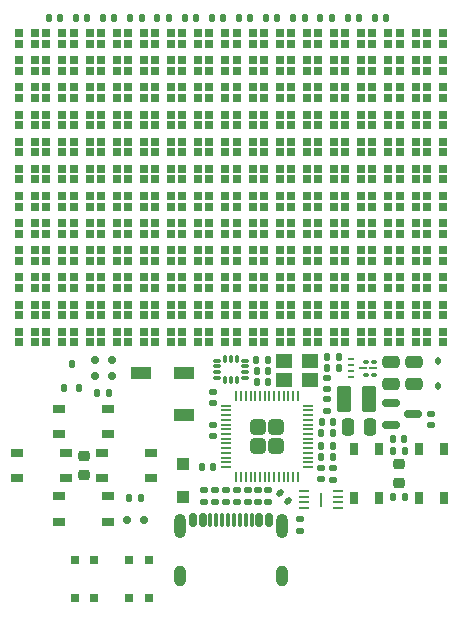
<source format=gbr>
%TF.GenerationSoftware,KiCad,Pcbnew,8.0.4*%
%TF.CreationDate,2024-09-02T23:34:24-07:00*%
%TF.ProjectId,badgesao,62616467-6573-4616-9f2e-6b696361645f,rev?*%
%TF.SameCoordinates,Original*%
%TF.FileFunction,Paste,Top*%
%TF.FilePolarity,Positive*%
%FSLAX46Y46*%
G04 Gerber Fmt 4.6, Leading zero omitted, Abs format (unit mm)*
G04 Created by KiCad (PCBNEW 8.0.4) date 2024-09-02 23:34:24*
%MOMM*%
%LPD*%
G01*
G04 APERTURE LIST*
G04 Aperture macros list*
%AMRoundRect*
0 Rectangle with rounded corners*
0 $1 Rounding radius*
0 $2 $3 $4 $5 $6 $7 $8 $9 X,Y pos of 4 corners*
0 Add a 4 corners polygon primitive as box body*
4,1,4,$2,$3,$4,$5,$6,$7,$8,$9,$2,$3,0*
0 Add four circle primitives for the rounded corners*
1,1,$1+$1,$2,$3*
1,1,$1+$1,$4,$5*
1,1,$1+$1,$6,$7*
1,1,$1+$1,$8,$9*
0 Add four rect primitives between the rounded corners*
20,1,$1+$1,$2,$3,$4,$5,0*
20,1,$1+$1,$4,$5,$6,$7,0*
20,1,$1+$1,$6,$7,$8,$9,0*
20,1,$1+$1,$8,$9,$2,$3,0*%
G04 Aperture macros list end*
%ADD10RoundRect,0.065000X0.260000X0.285000X-0.260000X0.285000X-0.260000X-0.285000X0.260000X-0.285000X0*%
%ADD11R,0.750000X0.700000*%
%ADD12RoundRect,0.140000X-0.140000X-0.170000X0.140000X-0.170000X0.140000X0.170000X-0.140000X0.170000X0*%
%ADD13RoundRect,0.150000X0.150000X0.200000X-0.150000X0.200000X-0.150000X-0.200000X0.150000X-0.200000X0*%
%ADD14RoundRect,0.135000X-0.135000X-0.185000X0.135000X-0.185000X0.135000X0.185000X-0.135000X0.185000X0*%
%ADD15RoundRect,0.112500X-0.112500X-0.237500X0.112500X-0.237500X0.112500X0.237500X-0.112500X0.237500X0*%
%ADD16RoundRect,0.150000X-0.150000X-0.200000X0.150000X-0.200000X0.150000X0.200000X-0.150000X0.200000X0*%
%ADD17RoundRect,0.135000X-0.185000X0.135000X-0.185000X-0.135000X0.185000X-0.135000X0.185000X0.135000X0*%
%ADD18RoundRect,0.250000X-0.300000X0.300000X-0.300000X-0.300000X0.300000X-0.300000X0.300000X0.300000X0*%
%ADD19R,1.700000X1.000000*%
%ADD20RoundRect,0.062500X0.162500X0.062500X-0.162500X0.062500X-0.162500X-0.062500X0.162500X-0.062500X0*%
%ADD21RoundRect,0.050000X0.262500X0.050000X-0.262500X0.050000X-0.262500X-0.050000X0.262500X-0.050000X0*%
%ADD22RoundRect,0.087500X0.150000X0.087500X-0.150000X0.087500X-0.150000X-0.087500X0.150000X-0.087500X0*%
%ADD23RoundRect,0.062500X0.387500X0.062500X-0.387500X0.062500X-0.387500X-0.062500X0.387500X-0.062500X0*%
%ADD24RoundRect,0.040000X0.040000X0.605000X-0.040000X0.605000X-0.040000X-0.605000X0.040000X-0.605000X0*%
%ADD25O,1.000000X1.800000*%
%ADD26O,1.000000X2.100000*%
%ADD27RoundRect,0.150000X-0.150000X-0.425000X0.150000X-0.425000X0.150000X0.425000X-0.150000X0.425000X0*%
%ADD28RoundRect,0.075000X-0.075000X-0.500000X0.075000X-0.500000X0.075000X0.500000X-0.075000X0.500000X0*%
%ADD29RoundRect,0.135000X0.185000X-0.135000X0.185000X0.135000X-0.185000X0.135000X-0.185000X-0.135000X0*%
%ADD30RoundRect,0.218750X-0.256250X0.218750X-0.256250X-0.218750X0.256250X-0.218750X0.256250X0.218750X0*%
%ADD31RoundRect,0.112500X0.112500X-0.187500X0.112500X0.187500X-0.112500X0.187500X-0.112500X-0.187500X0*%
%ADD32RoundRect,0.135000X0.135000X0.185000X-0.135000X0.185000X-0.135000X-0.185000X0.135000X-0.185000X0*%
%ADD33RoundRect,0.250000X-0.475000X0.250000X-0.475000X-0.250000X0.475000X-0.250000X0.475000X0.250000X0*%
%ADD34RoundRect,0.250000X-0.250000X-0.475000X0.250000X-0.475000X0.250000X0.475000X-0.250000X0.475000X0*%
%ADD35RoundRect,0.250000X-0.375000X-0.850000X0.375000X-0.850000X0.375000X0.850000X-0.375000X0.850000X0*%
%ADD36R,1.400000X1.200000*%
%ADD37RoundRect,0.249999X0.395001X0.395001X-0.395001X0.395001X-0.395001X-0.395001X0.395001X-0.395001X0*%
%ADD38RoundRect,0.050000X0.387500X0.050000X-0.387500X0.050000X-0.387500X-0.050000X0.387500X-0.050000X0*%
%ADD39RoundRect,0.050000X0.050000X0.387500X-0.050000X0.387500X-0.050000X-0.387500X0.050000X-0.387500X0*%
%ADD40RoundRect,0.087500X-0.225000X-0.087500X0.225000X-0.087500X0.225000X0.087500X-0.225000X0.087500X0*%
%ADD41RoundRect,0.087500X-0.087500X-0.225000X0.087500X-0.225000X0.087500X0.225000X-0.087500X0.225000X0*%
%ADD42RoundRect,0.150000X-0.587500X-0.150000X0.587500X-0.150000X0.587500X0.150000X-0.587500X0.150000X0*%
%ADD43R,0.650000X1.050000*%
%ADD44R,1.050000X0.650000*%
%ADD45RoundRect,0.140000X0.170000X-0.140000X0.170000X0.140000X-0.170000X0.140000X-0.170000X-0.140000X0*%
%ADD46RoundRect,0.140000X0.140000X0.170000X-0.140000X0.170000X-0.140000X-0.170000X0.140000X-0.170000X0*%
%ADD47RoundRect,0.140000X-0.170000X0.140000X-0.170000X-0.140000X0.170000X-0.140000X0.170000X0.140000X0*%
%ADD48RoundRect,0.140000X-0.219203X-0.021213X-0.021213X-0.219203X0.219203X0.021213X0.021213X0.219203X0*%
G04 APERTURE END LIST*
D10*
%TO.C,D192*%
X143575000Y-78350000D03*
X144925000Y-79250000D03*
X143575000Y-79250000D03*
X144925000Y-78350000D03*
%TD*%
%TO.C,D191*%
X141275000Y-78350000D03*
X142625000Y-79250000D03*
X141275000Y-79250000D03*
X142625000Y-78350000D03*
%TD*%
%TO.C,D190*%
X138975000Y-78350000D03*
X140325000Y-79250000D03*
X138975000Y-79250000D03*
X140325000Y-78350000D03*
%TD*%
%TO.C,D189*%
X136675000Y-78350000D03*
X138025000Y-79250000D03*
X136675000Y-79250000D03*
X138025000Y-78350000D03*
%TD*%
%TO.C,D188*%
X134375000Y-78350000D03*
X135725000Y-79250000D03*
X134375000Y-79250000D03*
X135725000Y-78350000D03*
%TD*%
%TO.C,D187*%
X132075000Y-78350000D03*
X133425000Y-79250000D03*
X132075000Y-79250000D03*
X133425000Y-78350000D03*
%TD*%
%TO.C,D186*%
X129775000Y-78350000D03*
X131125000Y-79250000D03*
X129775000Y-79250000D03*
X131125000Y-78350000D03*
%TD*%
%TO.C,D185*%
X127475000Y-78350000D03*
X128825000Y-79250000D03*
X127475000Y-79250000D03*
X128825000Y-78350000D03*
%TD*%
%TO.C,D184*%
X125175000Y-78350000D03*
X126525000Y-79250000D03*
X125175000Y-79250000D03*
X126525000Y-78350000D03*
%TD*%
%TO.C,D183*%
X122875000Y-78350000D03*
X124225000Y-79250000D03*
X122875000Y-79250000D03*
X124225000Y-78350000D03*
%TD*%
%TO.C,D182*%
X120575000Y-78350000D03*
X121925000Y-79250000D03*
X120575000Y-79250000D03*
X121925000Y-78350000D03*
%TD*%
%TO.C,D181*%
X118275000Y-78350000D03*
X119625000Y-79250000D03*
X118275000Y-79250000D03*
X119625000Y-78350000D03*
%TD*%
%TO.C,D180*%
X115975000Y-78350000D03*
X117325000Y-79250000D03*
X115975000Y-79250000D03*
X117325000Y-78350000D03*
%TD*%
%TO.C,D179*%
X113675000Y-78350000D03*
X115025000Y-79250000D03*
X113675000Y-79250000D03*
X115025000Y-78350000D03*
%TD*%
%TO.C,D178*%
X111375000Y-78350000D03*
X112725000Y-79250000D03*
X111375000Y-79250000D03*
X112725000Y-78350000D03*
%TD*%
%TO.C,D177*%
X109075000Y-78350000D03*
X110425000Y-79250000D03*
X109075000Y-79250000D03*
X110425000Y-78350000D03*
%TD*%
%TO.C,D176*%
X143575000Y-76050000D03*
X144925000Y-76950000D03*
X143575000Y-76950000D03*
X144925000Y-76050000D03*
%TD*%
%TO.C,D175*%
X141275000Y-76050000D03*
X142625000Y-76950000D03*
X141275000Y-76950000D03*
X142625000Y-76050000D03*
%TD*%
%TO.C,D174*%
X138975000Y-76050000D03*
X140325000Y-76950000D03*
X138975000Y-76950000D03*
X140325000Y-76050000D03*
%TD*%
%TO.C,D173*%
X136675000Y-76050000D03*
X138025000Y-76950000D03*
X136675000Y-76950000D03*
X138025000Y-76050000D03*
%TD*%
%TO.C,D172*%
X134375000Y-76050000D03*
X135725000Y-76950000D03*
X134375000Y-76950000D03*
X135725000Y-76050000D03*
%TD*%
%TO.C,D171*%
X132075000Y-76050000D03*
X133425000Y-76950000D03*
X132075000Y-76950000D03*
X133425000Y-76050000D03*
%TD*%
%TO.C,D169*%
X127475000Y-76050000D03*
X128825000Y-76950000D03*
X127475000Y-76950000D03*
X128825000Y-76050000D03*
%TD*%
%TO.C,D168*%
X125175000Y-76050000D03*
X126525000Y-76950000D03*
X125175000Y-76950000D03*
X126525000Y-76050000D03*
%TD*%
%TO.C,D167*%
X122875000Y-76050000D03*
X124225000Y-76950000D03*
X122875000Y-76950000D03*
X124225000Y-76050000D03*
%TD*%
%TO.C,D165*%
X118275000Y-76050000D03*
X119625000Y-76950000D03*
X118275000Y-76950000D03*
X119625000Y-76050000D03*
%TD*%
%TO.C,D164*%
X115975000Y-76050000D03*
X117325000Y-76950000D03*
X115975000Y-76950000D03*
X117325000Y-76050000D03*
%TD*%
%TO.C,D163*%
X113675000Y-76050000D03*
X115025000Y-76950000D03*
X113675000Y-76950000D03*
X115025000Y-76050000D03*
%TD*%
%TO.C,D162*%
X111375000Y-76050000D03*
X112725000Y-76950000D03*
X111375000Y-76950000D03*
X112725000Y-76050000D03*
%TD*%
%TO.C,D161*%
X109075000Y-76050000D03*
X110425000Y-76950000D03*
X109075000Y-76950000D03*
X110425000Y-76050000D03*
%TD*%
%TO.C,D160*%
X143575000Y-73750000D03*
X144925000Y-74650000D03*
X143575000Y-74650000D03*
X144925000Y-73750000D03*
%TD*%
%TO.C,D159*%
X141275000Y-73750000D03*
X142625000Y-74650000D03*
X141275000Y-74650000D03*
X142625000Y-73750000D03*
%TD*%
%TO.C,D158*%
X138975000Y-73750000D03*
X140325000Y-74650000D03*
X138975000Y-74650000D03*
X140325000Y-73750000D03*
%TD*%
%TO.C,D157*%
X136675000Y-73750000D03*
X138025000Y-74650000D03*
X136675000Y-74650000D03*
X138025000Y-73750000D03*
%TD*%
%TO.C,D156*%
X134375000Y-73750000D03*
X135725000Y-74650000D03*
X134375000Y-74650000D03*
X135725000Y-73750000D03*
%TD*%
%TO.C,D155*%
X132075000Y-73750000D03*
X133425000Y-74650000D03*
X132075000Y-74650000D03*
X133425000Y-73750000D03*
%TD*%
%TO.C,D154*%
X129775000Y-73750000D03*
X131125000Y-74650000D03*
X129775000Y-74650000D03*
X131125000Y-73750000D03*
%TD*%
%TO.C,D153*%
X127475000Y-73750000D03*
X128825000Y-74650000D03*
X127475000Y-74650000D03*
X128825000Y-73750000D03*
%TD*%
%TO.C,D152*%
X125175000Y-73750000D03*
X126525000Y-74650000D03*
X125175000Y-74650000D03*
X126525000Y-73750000D03*
%TD*%
%TO.C,D151*%
X122875000Y-73750000D03*
X124225000Y-74650000D03*
X122875000Y-74650000D03*
X124225000Y-73750000D03*
%TD*%
%TO.C,D150*%
X120575000Y-73750000D03*
X121925000Y-74650000D03*
X120575000Y-74650000D03*
X121925000Y-73750000D03*
%TD*%
%TO.C,D149*%
X118275000Y-73750000D03*
X119625000Y-74650000D03*
X118275000Y-74650000D03*
X119625000Y-73750000D03*
%TD*%
%TO.C,D148*%
X115975000Y-73750000D03*
X117325000Y-74650000D03*
X115975000Y-74650000D03*
X117325000Y-73750000D03*
%TD*%
%TO.C,D147*%
X113675000Y-73750000D03*
X115025000Y-74650000D03*
X113675000Y-74650000D03*
X115025000Y-73750000D03*
%TD*%
%TO.C,D146*%
X111375000Y-73750000D03*
X112725000Y-74650000D03*
X111375000Y-74650000D03*
X112725000Y-73750000D03*
%TD*%
%TO.C,D145*%
X109075000Y-73750000D03*
X110425000Y-74650000D03*
X109075000Y-74650000D03*
X110425000Y-73750000D03*
%TD*%
%TO.C,D144*%
X143575000Y-71450000D03*
X144925000Y-72350000D03*
X143575000Y-72350000D03*
X144925000Y-71450000D03*
%TD*%
%TO.C,D143*%
X141275000Y-71450000D03*
X142625000Y-72350000D03*
X141275000Y-72350000D03*
X142625000Y-71450000D03*
%TD*%
%TO.C,D142*%
X138975000Y-71450000D03*
X140325000Y-72350000D03*
X138975000Y-72350000D03*
X140325000Y-71450000D03*
%TD*%
%TO.C,D141*%
X136675000Y-71450000D03*
X138025000Y-72350000D03*
X136675000Y-72350000D03*
X138025000Y-71450000D03*
%TD*%
%TO.C,D139*%
X132075000Y-71450000D03*
X133425000Y-72350000D03*
X132075000Y-72350000D03*
X133425000Y-71450000D03*
%TD*%
%TO.C,D138*%
X129775000Y-71450000D03*
X131125000Y-72350000D03*
X129775000Y-72350000D03*
X131125000Y-71450000D03*
%TD*%
%TO.C,D137*%
X127475000Y-71450000D03*
X128825000Y-72350000D03*
X127475000Y-72350000D03*
X128825000Y-71450000D03*
%TD*%
%TO.C,D136*%
X125175000Y-71450000D03*
X126525000Y-72350000D03*
X125175000Y-72350000D03*
X126525000Y-71450000D03*
%TD*%
%TO.C,D135*%
X122875000Y-71450000D03*
X124225000Y-72350000D03*
X122875000Y-72350000D03*
X124225000Y-71450000D03*
%TD*%
%TO.C,D134*%
X120575000Y-71450000D03*
X121925000Y-72350000D03*
X120575000Y-72350000D03*
X121925000Y-71450000D03*
%TD*%
%TO.C,D132*%
X115975000Y-71450000D03*
X117325000Y-72350000D03*
X115975000Y-72350000D03*
X117325000Y-71450000D03*
%TD*%
%TO.C,D131*%
X113675000Y-71450000D03*
X115025000Y-72350000D03*
X113675000Y-72350000D03*
X115025000Y-71450000D03*
%TD*%
%TO.C,D130*%
X111375000Y-71450000D03*
X112725000Y-72350000D03*
X111375000Y-72350000D03*
X112725000Y-71450000D03*
%TD*%
%TO.C,D129*%
X109075000Y-71450000D03*
X110425000Y-72350000D03*
X109075000Y-72350000D03*
X110425000Y-71450000D03*
%TD*%
%TO.C,D128*%
X143575000Y-69150000D03*
X144925000Y-70050000D03*
X143575000Y-70050000D03*
X144925000Y-69150000D03*
%TD*%
%TO.C,D127*%
X141275000Y-69150000D03*
X142625000Y-70050000D03*
X141275000Y-70050000D03*
X142625000Y-69150000D03*
%TD*%
%TO.C,D126*%
X138975000Y-69150000D03*
X140325000Y-70050000D03*
X138975000Y-70050000D03*
X140325000Y-69150000D03*
%TD*%
%TO.C,D125*%
X136675000Y-69150000D03*
X138025000Y-70050000D03*
X136675000Y-70050000D03*
X138025000Y-69150000D03*
%TD*%
%TO.C,D124*%
X134375000Y-69150000D03*
X135725000Y-70050000D03*
X134375000Y-70050000D03*
X135725000Y-69150000D03*
%TD*%
%TO.C,D123*%
X132075000Y-69150000D03*
X133425000Y-70050000D03*
X132075000Y-70050000D03*
X133425000Y-69150000D03*
%TD*%
%TO.C,D122*%
X129775000Y-69150000D03*
X131125000Y-70050000D03*
X129775000Y-70050000D03*
X131125000Y-69150000D03*
%TD*%
%TO.C,D121*%
X127475000Y-69150000D03*
X128825000Y-70050000D03*
X127475000Y-70050000D03*
X128825000Y-69150000D03*
%TD*%
%TO.C,D120*%
X125175000Y-69150000D03*
X126525000Y-70050000D03*
X125175000Y-70050000D03*
X126525000Y-69150000D03*
%TD*%
%TO.C,D119*%
X122875000Y-69150000D03*
X124225000Y-70050000D03*
X122875000Y-70050000D03*
X124225000Y-69150000D03*
%TD*%
%TO.C,D118*%
X120575000Y-69150000D03*
X121925000Y-70050000D03*
X120575000Y-70050000D03*
X121925000Y-69150000D03*
%TD*%
%TO.C,D117*%
X118275000Y-69150000D03*
X119625000Y-70050000D03*
X118275000Y-70050000D03*
X119625000Y-69150000D03*
%TD*%
%TO.C,D116*%
X115975000Y-69150000D03*
X117325000Y-70050000D03*
X115975000Y-70050000D03*
X117325000Y-69150000D03*
%TD*%
%TO.C,D115*%
X113675000Y-69150000D03*
X115025000Y-70050000D03*
X113675000Y-70050000D03*
X115025000Y-69150000D03*
%TD*%
%TO.C,D114*%
X111375000Y-69150000D03*
X112725000Y-70050000D03*
X111375000Y-70050000D03*
X112725000Y-69150000D03*
%TD*%
%TO.C,D113*%
X109075000Y-69150000D03*
X110425000Y-70050000D03*
X109075000Y-70050000D03*
X110425000Y-69150000D03*
%TD*%
%TO.C,D112*%
X143575000Y-66850000D03*
X144925000Y-67750000D03*
X143575000Y-67750000D03*
X144925000Y-66850000D03*
%TD*%
%TO.C,D111*%
X141275000Y-66850000D03*
X142625000Y-67750000D03*
X141275000Y-67750000D03*
X142625000Y-66850000D03*
%TD*%
%TO.C,D110*%
X138975000Y-66850000D03*
X140325000Y-67750000D03*
X138975000Y-67750000D03*
X140325000Y-66850000D03*
%TD*%
%TO.C,D109*%
X136675000Y-66850000D03*
X138025000Y-67750000D03*
X136675000Y-67750000D03*
X138025000Y-66850000D03*
%TD*%
%TO.C,D108*%
X134375000Y-66850000D03*
X135725000Y-67750000D03*
X134375000Y-67750000D03*
X135725000Y-66850000D03*
%TD*%
%TO.C,D107*%
X132075000Y-66850000D03*
X133425000Y-67750000D03*
X132075000Y-67750000D03*
X133425000Y-66850000D03*
%TD*%
%TO.C,D106*%
X129775000Y-66850000D03*
X131125000Y-67750000D03*
X129775000Y-67750000D03*
X131125000Y-66850000D03*
%TD*%
%TO.C,D105*%
X127475000Y-66850000D03*
X128825000Y-67750000D03*
X127475000Y-67750000D03*
X128825000Y-66850000D03*
%TD*%
%TO.C,D104*%
X125175000Y-66850000D03*
X126525000Y-67750000D03*
X125175000Y-67750000D03*
X126525000Y-66850000D03*
%TD*%
%TO.C,D103*%
X122875000Y-66850000D03*
X124225000Y-67750000D03*
X122875000Y-67750000D03*
X124225000Y-66850000D03*
%TD*%
%TO.C,D102*%
X120575000Y-66850000D03*
X121925000Y-67750000D03*
X120575000Y-67750000D03*
X121925000Y-66850000D03*
%TD*%
%TO.C,D101*%
X118275000Y-66850000D03*
X119625000Y-67750000D03*
X118275000Y-67750000D03*
X119625000Y-66850000D03*
%TD*%
%TO.C,D100*%
X115975000Y-66850000D03*
X117325000Y-67750000D03*
X115975000Y-67750000D03*
X117325000Y-66850000D03*
%TD*%
%TO.C,D99*%
X113675000Y-66850000D03*
X115025000Y-67750000D03*
X113675000Y-67750000D03*
X115025000Y-66850000D03*
%TD*%
%TO.C,D98*%
X111375000Y-66850000D03*
X112725000Y-67750000D03*
X111375000Y-67750000D03*
X112725000Y-66850000D03*
%TD*%
%TO.C,D97*%
X109075000Y-66850000D03*
X110425000Y-67750000D03*
X109075000Y-67750000D03*
X110425000Y-66850000D03*
%TD*%
%TO.C,D96*%
X143575000Y-64550000D03*
X144925000Y-65450000D03*
X143575000Y-65450000D03*
X144925000Y-64550000D03*
%TD*%
%TO.C,D95*%
X141275000Y-64550000D03*
X142625000Y-65450000D03*
X141275000Y-65450000D03*
X142625000Y-64550000D03*
%TD*%
%TO.C,D94*%
X138975000Y-64550000D03*
X140325000Y-65450000D03*
X138975000Y-65450000D03*
X140325000Y-64550000D03*
%TD*%
%TO.C,D93*%
X136675000Y-64550000D03*
X138025000Y-65450000D03*
X136675000Y-65450000D03*
X138025000Y-64550000D03*
%TD*%
%TO.C,D92*%
X134375000Y-64550000D03*
X135725000Y-65450000D03*
X134375000Y-65450000D03*
X135725000Y-64550000D03*
%TD*%
%TO.C,D91*%
X132075000Y-64550000D03*
X133425000Y-65450000D03*
X132075000Y-65450000D03*
X133425000Y-64550000D03*
%TD*%
%TO.C,D90*%
X129775000Y-64550000D03*
X131125000Y-65450000D03*
X129775000Y-65450000D03*
X131125000Y-64550000D03*
%TD*%
%TO.C,D89*%
X127475000Y-64550000D03*
X128825000Y-65450000D03*
X127475000Y-65450000D03*
X128825000Y-64550000D03*
%TD*%
%TO.C,D88*%
X125175000Y-64550000D03*
X126525000Y-65450000D03*
X125175000Y-65450000D03*
X126525000Y-64550000D03*
%TD*%
%TO.C,D87*%
X122875000Y-64550000D03*
X124225000Y-65450000D03*
X122875000Y-65450000D03*
X124225000Y-64550000D03*
%TD*%
%TO.C,D86*%
X120575000Y-64550000D03*
X121925000Y-65450000D03*
X120575000Y-65450000D03*
X121925000Y-64550000D03*
%TD*%
%TO.C,D85*%
X118275000Y-64550000D03*
X119625000Y-65450000D03*
X118275000Y-65450000D03*
X119625000Y-64550000D03*
%TD*%
%TO.C,D84*%
X115975000Y-64550000D03*
X117325000Y-65450000D03*
X115975000Y-65450000D03*
X117325000Y-64550000D03*
%TD*%
%TO.C,D83*%
X113675000Y-64550000D03*
X115025000Y-65450000D03*
X113675000Y-65450000D03*
X115025000Y-64550000D03*
%TD*%
%TO.C,D82*%
X111375000Y-64550000D03*
X112725000Y-65450000D03*
X111375000Y-65450000D03*
X112725000Y-64550000D03*
%TD*%
%TO.C,D81*%
X109075000Y-64550000D03*
X110425000Y-65450000D03*
X109075000Y-65450000D03*
X110425000Y-64550000D03*
%TD*%
%TO.C,D80*%
X143575000Y-62250000D03*
X144925000Y-63150000D03*
X143575000Y-63150000D03*
X144925000Y-62250000D03*
%TD*%
%TO.C,D79*%
X141275000Y-62250000D03*
X142625000Y-63150000D03*
X141275000Y-63150000D03*
X142625000Y-62250000D03*
%TD*%
%TO.C,D78*%
X138975000Y-62250000D03*
X140325000Y-63150000D03*
X138975000Y-63150000D03*
X140325000Y-62250000D03*
%TD*%
%TO.C,D77*%
X136675000Y-62250000D03*
X138025000Y-63150000D03*
X136675000Y-63150000D03*
X138025000Y-62250000D03*
%TD*%
%TO.C,D76*%
X134375000Y-62250000D03*
X135725000Y-63150000D03*
X134375000Y-63150000D03*
X135725000Y-62250000D03*
%TD*%
%TO.C,D75*%
X132075000Y-62250000D03*
X133425000Y-63150000D03*
X132075000Y-63150000D03*
X133425000Y-62250000D03*
%TD*%
%TO.C,D74*%
X129775000Y-62250000D03*
X131125000Y-63150000D03*
X129775000Y-63150000D03*
X131125000Y-62250000D03*
%TD*%
%TO.C,D73*%
X127475000Y-62250000D03*
X128825000Y-63150000D03*
X127475000Y-63150000D03*
X128825000Y-62250000D03*
%TD*%
%TO.C,D72*%
X125175000Y-62250000D03*
X126525000Y-63150000D03*
X125175000Y-63150000D03*
X126525000Y-62250000D03*
%TD*%
%TO.C,D71*%
X122875000Y-62250000D03*
X124225000Y-63150000D03*
X122875000Y-63150000D03*
X124225000Y-62250000D03*
%TD*%
%TO.C,D70*%
X120575000Y-62250000D03*
X121925000Y-63150000D03*
X120575000Y-63150000D03*
X121925000Y-62250000D03*
%TD*%
%TO.C,D69*%
X118275000Y-62250000D03*
X119625000Y-63150000D03*
X118275000Y-63150000D03*
X119625000Y-62250000D03*
%TD*%
%TO.C,D68*%
X115975000Y-62250000D03*
X117325000Y-63150000D03*
X115975000Y-63150000D03*
X117325000Y-62250000D03*
%TD*%
%TO.C,D67*%
X113675000Y-62250000D03*
X115025000Y-63150000D03*
X113675000Y-63150000D03*
X115025000Y-62250000D03*
%TD*%
%TO.C,D66*%
X111375000Y-62250000D03*
X112725000Y-63150000D03*
X111375000Y-63150000D03*
X112725000Y-62250000D03*
%TD*%
%TO.C,D65*%
X109075000Y-62250000D03*
X110425000Y-63150000D03*
X109075000Y-63150000D03*
X110425000Y-62250000D03*
%TD*%
%TO.C,D64*%
X143575000Y-59950000D03*
X144925000Y-60850000D03*
X143575000Y-60850000D03*
X144925000Y-59950000D03*
%TD*%
%TO.C,D63*%
X141275000Y-59950000D03*
X142625000Y-60850000D03*
X141275000Y-60850000D03*
X142625000Y-59950000D03*
%TD*%
%TO.C,D62*%
X138975000Y-59950000D03*
X140325000Y-60850000D03*
X138975000Y-60850000D03*
X140325000Y-59950000D03*
%TD*%
%TO.C,D61*%
X136675000Y-59950000D03*
X138025000Y-60850000D03*
X136675000Y-60850000D03*
X138025000Y-59950000D03*
%TD*%
%TO.C,D60*%
X134375000Y-59950000D03*
X135725000Y-60850000D03*
X134375000Y-60850000D03*
X135725000Y-59950000D03*
%TD*%
%TO.C,D59*%
X132075000Y-59950000D03*
X133425000Y-60850000D03*
X132075000Y-60850000D03*
X133425000Y-59950000D03*
%TD*%
%TO.C,D58*%
X129775000Y-59950000D03*
X131125000Y-60850000D03*
X129775000Y-60850000D03*
X131125000Y-59950000D03*
%TD*%
%TO.C,D57*%
X127475000Y-59950000D03*
X128825000Y-60850000D03*
X127475000Y-60850000D03*
X128825000Y-59950000D03*
%TD*%
%TO.C,D56*%
X125175000Y-59950000D03*
X126525000Y-60850000D03*
X125175000Y-60850000D03*
X126525000Y-59950000D03*
%TD*%
%TO.C,D55*%
X122875000Y-59950000D03*
X124225000Y-60850000D03*
X122875000Y-60850000D03*
X124225000Y-59950000D03*
%TD*%
%TO.C,D54*%
X120575000Y-59950000D03*
X121925000Y-60850000D03*
X120575000Y-60850000D03*
X121925000Y-59950000D03*
%TD*%
%TO.C,D53*%
X118275000Y-59950000D03*
X119625000Y-60850000D03*
X118275000Y-60850000D03*
X119625000Y-59950000D03*
%TD*%
%TO.C,D52*%
X115975000Y-59950000D03*
X117325000Y-60850000D03*
X115975000Y-60850000D03*
X117325000Y-59950000D03*
%TD*%
%TO.C,D51*%
X113675000Y-59950000D03*
X115025000Y-60850000D03*
X113675000Y-60850000D03*
X115025000Y-59950000D03*
%TD*%
%TO.C,D50*%
X111375000Y-59950000D03*
X112725000Y-60850000D03*
X111375000Y-60850000D03*
X112725000Y-59950000D03*
%TD*%
%TO.C,D49*%
X109075000Y-59950000D03*
X110425000Y-60850000D03*
X109075000Y-60850000D03*
X110425000Y-59950000D03*
%TD*%
%TO.C,D48*%
X143575000Y-57650000D03*
X144925000Y-58550000D03*
X143575000Y-58550000D03*
X144925000Y-57650000D03*
%TD*%
%TO.C,D47*%
X141275000Y-57650000D03*
X142625000Y-58550000D03*
X141275000Y-58550000D03*
X142625000Y-57650000D03*
%TD*%
%TO.C,D46*%
X138975000Y-57650000D03*
X140325000Y-58550000D03*
X138975000Y-58550000D03*
X140325000Y-57650000D03*
%TD*%
%TO.C,D45*%
X136675000Y-57650000D03*
X138025000Y-58550000D03*
X136675000Y-58550000D03*
X138025000Y-57650000D03*
%TD*%
%TO.C,D44*%
X134375000Y-57650000D03*
X135725000Y-58550000D03*
X134375000Y-58550000D03*
X135725000Y-57650000D03*
%TD*%
%TO.C,D43*%
X132075000Y-57650000D03*
X133425000Y-58550000D03*
X132075000Y-58550000D03*
X133425000Y-57650000D03*
%TD*%
%TO.C,D42*%
X129775000Y-57650000D03*
X131125000Y-58550000D03*
X129775000Y-58550000D03*
X131125000Y-57650000D03*
%TD*%
%TO.C,D41*%
X127475000Y-57650000D03*
X128825000Y-58550000D03*
X127475000Y-58550000D03*
X128825000Y-57650000D03*
%TD*%
%TO.C,D40*%
X125175000Y-57650000D03*
X126525000Y-58550000D03*
X125175000Y-58550000D03*
X126525000Y-57650000D03*
%TD*%
%TO.C,D39*%
X122875000Y-57650000D03*
X124225000Y-58550000D03*
X122875000Y-58550000D03*
X124225000Y-57650000D03*
%TD*%
%TO.C,D38*%
X120575000Y-57650000D03*
X121925000Y-58550000D03*
X120575000Y-58550000D03*
X121925000Y-57650000D03*
%TD*%
%TO.C,D37*%
X118275000Y-57650000D03*
X119625000Y-58550000D03*
X118275000Y-58550000D03*
X119625000Y-57650000D03*
%TD*%
%TO.C,D36*%
X115975000Y-57650000D03*
X117325000Y-58550000D03*
X115975000Y-58550000D03*
X117325000Y-57650000D03*
%TD*%
%TO.C,D35*%
X113675000Y-57650000D03*
X115025000Y-58550000D03*
X113675000Y-58550000D03*
X115025000Y-57650000D03*
%TD*%
%TO.C,D34*%
X111375000Y-57650000D03*
X112725000Y-58550000D03*
X111375000Y-58550000D03*
X112725000Y-57650000D03*
%TD*%
%TO.C,D33*%
X109075000Y-57650000D03*
X110425000Y-58550000D03*
X109075000Y-58550000D03*
X110425000Y-57650000D03*
%TD*%
%TO.C,D32*%
X143575000Y-55350000D03*
X144925000Y-56250000D03*
X143575000Y-56250000D03*
X144925000Y-55350000D03*
%TD*%
%TO.C,D31*%
X141275000Y-55350000D03*
X142625000Y-56250000D03*
X141275000Y-56250000D03*
X142625000Y-55350000D03*
%TD*%
%TO.C,D30*%
X138975000Y-55350000D03*
X140325000Y-56250000D03*
X138975000Y-56250000D03*
X140325000Y-55350000D03*
%TD*%
%TO.C,D29*%
X136675000Y-55350000D03*
X138025000Y-56250000D03*
X136675000Y-56250000D03*
X138025000Y-55350000D03*
%TD*%
%TO.C,D28*%
X134375000Y-55350000D03*
X135725000Y-56250000D03*
X134375000Y-56250000D03*
X135725000Y-55350000D03*
%TD*%
%TO.C,D27*%
X132075000Y-55350000D03*
X133425000Y-56250000D03*
X132075000Y-56250000D03*
X133425000Y-55350000D03*
%TD*%
%TO.C,D26*%
X129775000Y-55350000D03*
X131125000Y-56250000D03*
X129775000Y-56250000D03*
X131125000Y-55350000D03*
%TD*%
%TO.C,D25*%
X127475000Y-55350000D03*
X128825000Y-56250000D03*
X127475000Y-56250000D03*
X128825000Y-55350000D03*
%TD*%
%TO.C,D24*%
X125175000Y-55350000D03*
X126525000Y-56250000D03*
X125175000Y-56250000D03*
X126525000Y-55350000D03*
%TD*%
%TO.C,D23*%
X122875000Y-55350000D03*
X124225000Y-56250000D03*
X122875000Y-56250000D03*
X124225000Y-55350000D03*
%TD*%
%TO.C,D22*%
X120575000Y-55350000D03*
X121925000Y-56250000D03*
X120575000Y-56250000D03*
X121925000Y-55350000D03*
%TD*%
%TO.C,D21*%
X118275000Y-55350000D03*
X119625000Y-56250000D03*
X118275000Y-56250000D03*
X119625000Y-55350000D03*
%TD*%
%TO.C,D20*%
X115975000Y-55350000D03*
X117325000Y-56250000D03*
X115975000Y-56250000D03*
X117325000Y-55350000D03*
%TD*%
%TO.C,D19*%
X113675000Y-55350000D03*
X115025000Y-56250000D03*
X113675000Y-56250000D03*
X115025000Y-55350000D03*
%TD*%
%TO.C,D18*%
X111375000Y-55350000D03*
X112725000Y-56250000D03*
X111375000Y-56250000D03*
X112725000Y-55350000D03*
%TD*%
%TO.C,D17*%
X109075000Y-55350000D03*
X110425000Y-56250000D03*
X109075000Y-56250000D03*
X110425000Y-55350000D03*
%TD*%
%TO.C,D16*%
X143575000Y-53050000D03*
X144925000Y-53950000D03*
X143575000Y-53950000D03*
X144925000Y-53050000D03*
%TD*%
%TO.C,D15*%
X141275000Y-53050000D03*
X142625000Y-53950000D03*
X141275000Y-53950000D03*
X142625000Y-53050000D03*
%TD*%
%TO.C,D14*%
X138975000Y-53050000D03*
X140325000Y-53950000D03*
X138975000Y-53950000D03*
X140325000Y-53050000D03*
%TD*%
%TO.C,D13*%
X136675000Y-53050000D03*
X138025000Y-53950000D03*
X136675000Y-53950000D03*
X138025000Y-53050000D03*
%TD*%
%TO.C,D12*%
X134375000Y-53050000D03*
X135725000Y-53950000D03*
X134375000Y-53950000D03*
X135725000Y-53050000D03*
%TD*%
%TO.C,D11*%
X132075000Y-53050000D03*
X133425000Y-53950000D03*
X132075000Y-53950000D03*
X133425000Y-53050000D03*
%TD*%
%TO.C,D10*%
X129775000Y-53050000D03*
X131125000Y-53950000D03*
X129775000Y-53950000D03*
X131125000Y-53050000D03*
%TD*%
%TO.C,D9*%
X127475000Y-53050000D03*
X128825000Y-53950000D03*
X127475000Y-53950000D03*
X128825000Y-53050000D03*
%TD*%
%TO.C,D7*%
X122875000Y-53050000D03*
X124225000Y-53950000D03*
X122875000Y-53950000D03*
X124225000Y-53050000D03*
%TD*%
%TO.C,D6*%
X120575000Y-53050000D03*
X121925000Y-53950000D03*
X120575000Y-53950000D03*
X121925000Y-53050000D03*
%TD*%
%TO.C,D5*%
X118275000Y-53050000D03*
X119625000Y-53950000D03*
X118275000Y-53950000D03*
X119625000Y-53050000D03*
%TD*%
%TO.C,D4*%
X115975000Y-53050000D03*
X117325000Y-53950000D03*
X115975000Y-53950000D03*
X117325000Y-53050000D03*
%TD*%
%TO.C,D3*%
X113675000Y-53050000D03*
X115025000Y-53950000D03*
X113675000Y-53950000D03*
X115025000Y-53050000D03*
%TD*%
%TO.C,D2*%
X111375000Y-53050000D03*
X112725000Y-53950000D03*
X111375000Y-53950000D03*
X112725000Y-53050000D03*
%TD*%
%TO.C,D1*%
X109075000Y-53050000D03*
X110425000Y-53950000D03*
X109075000Y-53950000D03*
X110425000Y-53050000D03*
%TD*%
%TO.C,D133*%
X118275000Y-71450000D03*
X119625000Y-72350000D03*
X118275000Y-72350000D03*
X119625000Y-71450000D03*
%TD*%
%TO.C,D166*%
X120575000Y-76050000D03*
X121925000Y-76950000D03*
X120575000Y-76950000D03*
X121925000Y-76050000D03*
%TD*%
%TO.C,D170*%
X129775000Y-76050000D03*
X131125000Y-76950000D03*
X129775000Y-76950000D03*
X131125000Y-76050000D03*
%TD*%
%TO.C,D140*%
X134375000Y-71450000D03*
X135725000Y-72350000D03*
X134375000Y-72350000D03*
X135725000Y-71450000D03*
%TD*%
%TO.C,D8*%
X125175000Y-53050000D03*
X126525000Y-53950000D03*
X125175000Y-53950000D03*
X126525000Y-53050000D03*
%TD*%
D11*
%TO.C,SW8*%
X113775000Y-100900000D03*
X113775000Y-97700000D03*
X115425000Y-100900000D03*
X115425000Y-97700000D03*
%TD*%
%TO.C,SW7*%
X118375000Y-100900000D03*
X118375000Y-97700000D03*
X120025000Y-100900000D03*
X120025000Y-97700000D03*
%TD*%
D12*
%TO.C,C32*%
X134670000Y-86000000D03*
X135630000Y-86000000D03*
%TD*%
%TO.C,C31*%
X139170000Y-51800000D03*
X140130000Y-51800000D03*
%TD*%
%TO.C,C24*%
X136870000Y-51800000D03*
X137830000Y-51800000D03*
%TD*%
%TO.C,C22*%
X134570000Y-51800000D03*
X135530000Y-51800000D03*
%TD*%
D13*
%TO.C,D199*%
X118200000Y-94300000D03*
X119600000Y-94300000D03*
%TD*%
D14*
%TO.C,R15*%
X115690000Y-83500000D03*
X116710000Y-83500000D03*
%TD*%
D15*
%TO.C,Q1*%
X112850000Y-83100000D03*
X114150000Y-83100000D03*
X113500000Y-81100000D03*
%TD*%
D16*
%TO.C,D198*%
X116900000Y-82100000D03*
X115500000Y-82100000D03*
%TD*%
%TO.C,D196*%
X116900000Y-80700000D03*
X115500000Y-80700000D03*
%TD*%
D14*
%TO.C,R14*%
X134640000Y-88000000D03*
X135660000Y-88000000D03*
%TD*%
%TO.C,R7*%
X134640000Y-88950000D03*
X135660000Y-88950000D03*
%TD*%
D17*
%TO.C,R5*%
X124700000Y-91740000D03*
X124700000Y-92760000D03*
%TD*%
%TO.C,R1*%
X125650000Y-92760000D03*
X125650000Y-91740000D03*
%TD*%
D18*
%TO.C,D194*%
X122950000Y-89550000D03*
X122950000Y-92350000D03*
%TD*%
D19*
%TO.C,LS1*%
X123000000Y-81850000D03*
X119400000Y-81850000D03*
X123000000Y-85350000D03*
%TD*%
D20*
%TO.C,U4*%
X137178200Y-82181000D03*
X137178200Y-81681000D03*
X137178200Y-81181000D03*
X137178200Y-80681000D03*
D21*
X138215200Y-81431000D03*
D22*
X138441200Y-80881000D03*
X138441200Y-81981000D03*
D21*
X139040700Y-81431000D03*
D22*
X139116200Y-80881000D03*
X139116200Y-81981000D03*
%TD*%
D23*
%TO.C,U2*%
X133175000Y-93300000D03*
X133175000Y-92800000D03*
X133175000Y-92300000D03*
X133175000Y-91800000D03*
X136025000Y-91800000D03*
X136025000Y-92300000D03*
X136025000Y-92800000D03*
X136025000Y-93300000D03*
D24*
X134600000Y-92550000D03*
%TD*%
D25*
%TO.C,J3*%
X131320000Y-98995000D03*
D26*
X131320000Y-94815000D03*
D25*
X122680000Y-98995000D03*
D26*
X122680000Y-94815000D03*
D27*
X123800000Y-94240000D03*
X124600000Y-94240000D03*
D28*
X125250000Y-94240000D03*
X126250000Y-94240000D03*
X127750000Y-94240000D03*
X128750000Y-94240000D03*
D27*
X129400000Y-94240000D03*
X130200000Y-94240000D03*
X130200000Y-94240000D03*
X129400000Y-94240000D03*
D28*
X128250000Y-94240000D03*
X127250000Y-94240000D03*
X126750000Y-94240000D03*
X125750000Y-94240000D03*
D27*
X124600000Y-94240000D03*
X123800000Y-94240000D03*
%TD*%
D14*
%TO.C,R2*%
X135660000Y-86950000D03*
X134640000Y-86950000D03*
%TD*%
D29*
%TO.C,R10*%
X128400000Y-92760000D03*
X128400000Y-91740000D03*
%TD*%
%TO.C,R8*%
X129300000Y-92760000D03*
X129300000Y-91740000D03*
%TD*%
D30*
%TO.C,D197*%
X141200000Y-89562500D03*
X141200000Y-91137500D03*
%TD*%
D31*
%TO.C,D193*%
X144523000Y-80800000D03*
X144523000Y-82900000D03*
%TD*%
D32*
%TO.C,R6*%
X136170600Y-80450000D03*
X135150600Y-80450000D03*
%TD*%
D33*
%TO.C,C28*%
X140560600Y-80904000D03*
X140560600Y-82804000D03*
%TD*%
D32*
%TO.C,R9*%
X136170600Y-81450000D03*
X135150600Y-81450000D03*
%TD*%
D34*
%TO.C,C16*%
X136900000Y-86400000D03*
X138800000Y-86400000D03*
%TD*%
D33*
%TO.C,C27*%
X142460600Y-80904000D03*
X142460600Y-82804000D03*
%TD*%
D35*
%TO.C,L1*%
X136531000Y-84031000D03*
X138681000Y-84031000D03*
%TD*%
D36*
%TO.C,Y1*%
X131500000Y-80850000D03*
X133700000Y-80850000D03*
X133700000Y-82450000D03*
X131500000Y-82450000D03*
%TD*%
D37*
%TO.C,U6*%
X130850000Y-88000000D03*
X130850000Y-86400000D03*
X129250000Y-88000000D03*
X129250000Y-86400000D03*
D38*
X133487500Y-89800000D03*
X133487500Y-89400000D03*
X133487500Y-89000000D03*
X133487500Y-88600000D03*
X133487500Y-88200000D03*
X133487500Y-87800000D03*
X133487500Y-87400000D03*
X133487500Y-87000000D03*
X133487500Y-86600000D03*
X133487500Y-86200000D03*
X133487500Y-85800000D03*
X133487500Y-85400000D03*
X133487500Y-85000000D03*
X133487500Y-84600000D03*
D39*
X132650000Y-83762500D03*
X132250000Y-83762500D03*
X131850000Y-83762500D03*
X131450000Y-83762500D03*
X131050000Y-83762500D03*
X130650000Y-83762500D03*
X130250000Y-83762500D03*
X129850000Y-83762500D03*
X129450000Y-83762500D03*
X129050000Y-83762500D03*
X128650000Y-83762500D03*
X128250000Y-83762500D03*
X127850000Y-83762500D03*
X127450000Y-83762500D03*
D38*
X126612500Y-84600000D03*
X126612500Y-85000000D03*
X126612500Y-85400000D03*
X126612500Y-85800000D03*
X126612500Y-86200000D03*
X126612500Y-86600000D03*
X126612500Y-87000000D03*
X126612500Y-87400000D03*
X126612500Y-87800000D03*
X126612500Y-88200000D03*
X126612500Y-88600000D03*
X126612500Y-89000000D03*
X126612500Y-89400000D03*
X126612500Y-89800000D03*
D39*
X127450000Y-90637500D03*
X127850000Y-90637500D03*
X128250000Y-90637500D03*
X128650000Y-90637500D03*
X129050000Y-90637500D03*
X129450000Y-90637500D03*
X129850000Y-90637500D03*
X130250000Y-90637500D03*
X130650000Y-90637500D03*
X131050000Y-90637500D03*
X131450000Y-90637500D03*
X131850000Y-90637500D03*
X132250000Y-90637500D03*
X132650000Y-90637500D03*
%TD*%
D40*
%TO.C,U3*%
X125837500Y-80784000D03*
X125837500Y-81284000D03*
X125837500Y-81784000D03*
X125837500Y-82284000D03*
D41*
X126500000Y-82446500D03*
X127000000Y-82446500D03*
X127500000Y-82446500D03*
D40*
X128162500Y-82284000D03*
X128162500Y-81784000D03*
X128162500Y-81284000D03*
X128162500Y-80784000D03*
D41*
X127500000Y-80621500D03*
X127000000Y-80621500D03*
X126500000Y-80621500D03*
%TD*%
D42*
%TO.C,U1*%
X140562500Y-84350000D03*
X140562500Y-86250000D03*
X142437500Y-85300000D03*
%TD*%
D43*
%TO.C,SW6*%
X145025000Y-88275000D03*
X145025000Y-92425000D03*
X142875000Y-88275000D03*
X142875000Y-92425000D03*
%TD*%
%TO.C,SW5*%
X137375000Y-92425000D03*
X137375000Y-88275000D03*
X139525000Y-92425000D03*
X139525000Y-88275000D03*
%TD*%
D44*
%TO.C,SW4*%
X116060000Y-88580000D03*
X120210000Y-88580000D03*
X116060000Y-90730000D03*
X120210000Y-90730000D03*
%TD*%
%TO.C,SW3*%
X108890000Y-88580000D03*
X113040000Y-88580000D03*
X108890000Y-90730000D03*
X113040000Y-90730000D03*
%TD*%
%TO.C,SW2*%
X116625000Y-94425000D03*
X112475000Y-94425000D03*
X116625000Y-92275000D03*
X112475000Y-92275000D03*
%TD*%
%TO.C,SW1*%
X112475000Y-84875000D03*
X116625000Y-84875000D03*
X112475000Y-87025000D03*
X116625000Y-87025000D03*
%TD*%
D14*
%TO.C,R13*%
X140690000Y-92350000D03*
X141710000Y-92350000D03*
%TD*%
D29*
%TO.C,R12*%
X135150000Y-85070000D03*
X135150000Y-84050000D03*
%TD*%
D32*
%TO.C,R11*%
X141710000Y-88400000D03*
X140690000Y-88400000D03*
%TD*%
D29*
%TO.C,R4*%
X135600000Y-90860000D03*
X135600000Y-89840000D03*
%TD*%
D14*
%TO.C,R3*%
X118390000Y-92450000D03*
X119410000Y-92450000D03*
%TD*%
D30*
%TO.C,D195*%
X114550000Y-88862500D03*
X114550000Y-90437500D03*
%TD*%
D45*
%TO.C,C30*%
X135150000Y-82270000D03*
X135150000Y-83230000D03*
%TD*%
D46*
%TO.C,C29*%
X130100000Y-80750000D03*
X129140000Y-80750000D03*
%TD*%
D47*
%TO.C,C26*%
X125450000Y-86220000D03*
X125450000Y-87180000D03*
%TD*%
%TO.C,C25*%
X126575000Y-92730000D03*
X126575000Y-91770000D03*
%TD*%
D46*
%TO.C,C23*%
X125480000Y-89800000D03*
X124520000Y-89800000D03*
%TD*%
D47*
%TO.C,C21*%
X130170000Y-92730000D03*
X130170000Y-91770000D03*
%TD*%
%TO.C,C20*%
X134650000Y-89870000D03*
X134650000Y-90830000D03*
%TD*%
D12*
%TO.C,C19*%
X129170000Y-82600000D03*
X130130000Y-82600000D03*
%TD*%
D48*
%TO.C,C18*%
X131110589Y-92010589D03*
X131789411Y-92689411D03*
%TD*%
D47*
%TO.C,C17*%
X127500000Y-91770000D03*
X127500000Y-92730000D03*
%TD*%
D12*
%TO.C,C15*%
X129170000Y-81700000D03*
X130130000Y-81700000D03*
%TD*%
D47*
%TO.C,C14*%
X125450000Y-83450000D03*
X125450000Y-84410000D03*
%TD*%
%TO.C,C13*%
X132800000Y-94220000D03*
X132800000Y-95180000D03*
%TD*%
D12*
%TO.C,C12*%
X140720000Y-87460000D03*
X141680000Y-87460000D03*
%TD*%
D47*
%TO.C,C11*%
X143900000Y-85320000D03*
X143900000Y-86280000D03*
%TD*%
D12*
%TO.C,C10*%
X132270000Y-51800000D03*
X133230000Y-51800000D03*
%TD*%
%TO.C,C9*%
X129970000Y-51800000D03*
X130930000Y-51800000D03*
%TD*%
%TO.C,C8*%
X127670000Y-51800000D03*
X128630000Y-51800000D03*
%TD*%
%TO.C,C7*%
X125370000Y-51800000D03*
X126330000Y-51800000D03*
%TD*%
%TO.C,C6*%
X123070000Y-51800000D03*
X124030000Y-51800000D03*
%TD*%
%TO.C,C5*%
X120770000Y-51800000D03*
X121730000Y-51800000D03*
%TD*%
%TO.C,C4*%
X118470000Y-51800000D03*
X119430000Y-51800000D03*
%TD*%
%TO.C,C3*%
X116170000Y-51800000D03*
X117130000Y-51800000D03*
%TD*%
%TO.C,C2*%
X113870000Y-51800000D03*
X114830000Y-51800000D03*
%TD*%
%TO.C,C1*%
X111570000Y-51800000D03*
X112530000Y-51800000D03*
%TD*%
M02*

</source>
